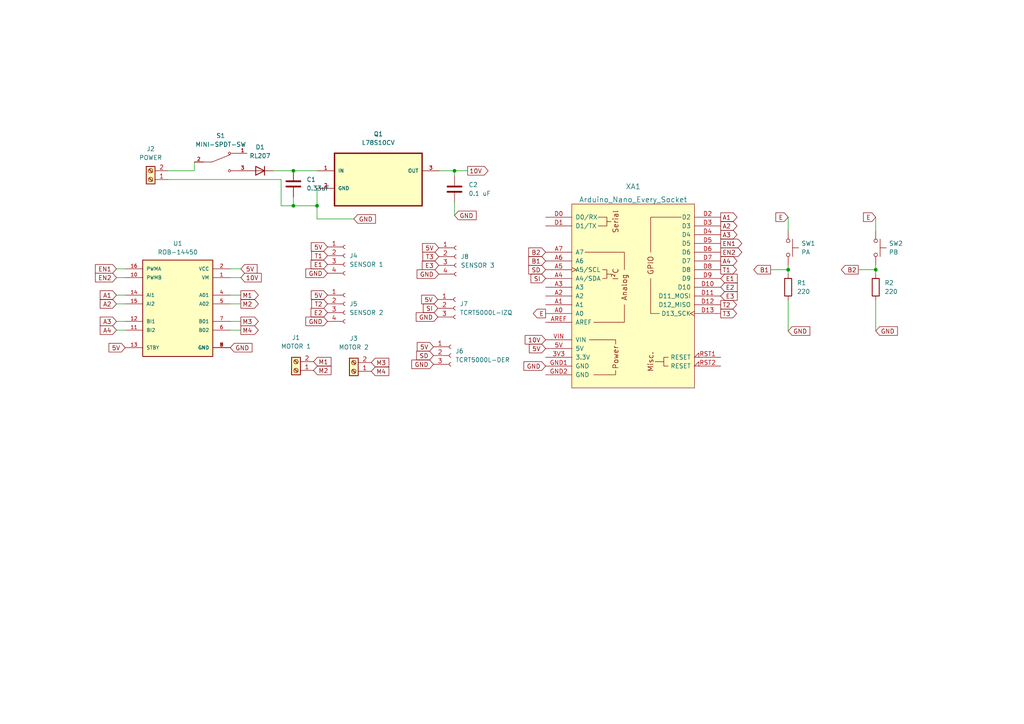
<source format=kicad_sch>
(kicad_sch (version 20211123) (generator eeschema)
  (paper "A4")
  (title_block (title "ROBOT AUTÓNOMO") (company "SKILLBOTS"))
  (lib_symbols
    (symbol "Connector:Conn_01x03_Female" (pin_names (offset 1.016) hide)
      (property "Reference" "J" (at 0 5.08 0))
      (property "Value" "Conn_01x03_Female" (at 0 -5.08 0))
      (symbol "Conn_01x03_Female_1_1"
        (arc (start 0 -2.032) (mid -0.508 -2.54) (end 0 -3.048) (stroke (width 0.1524)))
        (polyline (pts (xy -1.27 -2.54) (xy -0.508 -2.54)) (stroke (width 0.1524)))
        (polyline (pts (xy -1.27 0) (xy -0.508 0)) (stroke (width 0.1524)))
        (polyline (pts (xy -1.27 2.54) (xy -0.508 2.54)) (stroke (width 0.1524)))
        (arc (start 0 0.508) (mid -0.508 0) (end 0 -0.508) (stroke (width 0.1524)))
        (arc (start 0 3.048) (mid -0.508 2.54) (end 0 2.032) (stroke (width 0.1524)))
        (pin passive line (at -5.08 2.54 0) (length 3.81) (name "Pin_1") (number "1"))
        (pin passive line (at -5.08 0 0) (length 3.81) (name "Pin_2") (number "2"))
        (pin passive line (at -5.08 -2.54 0) (length 3.81) (name "Pin_3") (number "3"))
      )
    )
    (symbol "Connector:Conn_01x04_Female" (pin_names (offset 1.016) hide)
      (property "Reference" "J" (at 0 5.08 0))
      (property "Value" "Conn_01x04_Female" (at 0 -7.62 0))
      (symbol "Conn_01x04_Female_1_1"
        (arc (start 0 -4.572) (mid -0.508 -5.08) (end 0 -5.588) (stroke (width 0.1524)))
        (arc (start 0 -2.032) (mid -0.508 -2.54) (end 0 -3.048) (stroke (width 0.1524)))
        (polyline (pts (xy -1.27 -5.08) (xy -0.508 -5.08)) (stroke (width 0.1524)))
        (polyline (pts (xy -1.27 -2.54) (xy -0.508 -2.54)) (stroke (width 0.1524)))
        (polyline (pts (xy -1.27 0) (xy -0.508 0)) (stroke (width 0.1524)))
        (polyline (pts (xy -1.27 2.54) (xy -0.508 2.54)) (stroke (width 0.1524)))
        (arc (start 0 0.508) (mid -0.508 0) (end 0 -0.508) (stroke (width 0.1524)))
        (arc (start 0 3.048) (mid -0.508 2.54) (end 0 2.032) (stroke (width 0.1524)))
        (pin passive line (at -5.08 2.54 0) (length 3.81) (name "Pin_1") (number "1"))
        (pin passive line (at -5.08 0 0) (length 3.81) (name "Pin_2") (number "2"))
        (pin passive line (at -5.08 -2.54 0) (length 3.81) (name "Pin_3") (number "3"))
        (pin passive line (at -5.08 -5.08 0) (length 3.81) (name "Pin_4") (number "4"))
      )
    )
    (symbol "Connector:Screw_Terminal_01x02" (pin_names (offset 1.016) hide)
      (property "Reference" "J" (at 0 2.54 0))
      (property "Value" "Screw_Terminal_01x02" (at 0 -5.08 0))
      (symbol "Screw_Terminal_01x02_1_1"
        (rectangle (start -1.27 1.27) (end 1.27 -3.81) (stroke (width 0.254)) (fill (type background)))
        (circle (center 0 -2.54) (radius 0.635) (stroke (width 0.1524)))
        (polyline (pts (xy -0.5334 -2.2098) (xy 0.3302 -3.048)) (stroke (width 0.1524)))
        (polyline (pts (xy -0.5334 0.3302) (xy 0.3302 -0.508)) (stroke (width 0.1524)))
        (polyline (pts (xy -0.3556 -2.032) (xy 0.508 -2.8702)) (stroke (width 0.1524)))
        (polyline (pts (xy -0.3556 0.508) (xy 0.508 -0.3302)) (stroke (width 0.1524)))
        (circle (center 0 0) (radius 0.635) (stroke (width 0.1524)))
        (pin passive line (at -5.08 0 0) (length 3.81) (name "Pin_1") (number "1"))
        (pin passive line (at -5.08 -2.54 0) (length 3.81) (name "Pin_2") (number "2"))
      )
    )
    (symbol "Device:C" (pin_numbers hide) (pin_names (offset 0.254))
      (property "Reference" "C" (at 0.635 2.54 0))
      (property "Value" "C" (at 0.635 -2.54 0))
      (symbol "C_0_1"
        (polyline (pts (xy -2.032 -0.762) (xy 2.032 -0.762)) (stroke (width 0.508)))
        (polyline (pts (xy -2.032 0.762) (xy 2.032 0.762)) (stroke (width 0.508)))
      )
      (symbol "C_1_1"
        (pin passive line (at 0 3.81 270) (length 2.794) (name "~") (number "1"))
        (pin passive line (at 0 -3.81 90) (length 2.794) (name "~") (number "2"))
      )
    )
    (symbol "Device:R" (pin_numbers hide) (pin_names (offset 0))
      (property "Reference" "R" (at 2.032 0 90))
      (property "Value" "R" (at 0 0 90))
      (symbol "R_0_1"
        (rectangle (start -1.016 -2.54) (end 1.016 2.54) (stroke (width 0.254)))
      )
      (symbol "R_1_1"
        (pin passive line (at 0 3.81 270) (length 1.27) (name "~") (number "1"))
        (pin passive line (at 0 -3.81 90) (length 1.27) (name "~") (number "2"))
      )
    )
    (symbol "Diode:1N4007" (pin_numbers hide) (pin_names hide)
      (property "Reference" "D" (at 0 2.54 0))
      (property "Value" "1N4007" (at 0 -2.54 0))
      (symbol "1N4007_0_1"
        (polyline (pts (xy -1.27 1.27) (xy -1.27 -1.27)) (stroke (width 0.254)))
        (polyline (pts (xy 1.27 0) (xy -1.27 0)))
        (polyline (pts (xy 1.27 1.27) (xy 1.27 -1.27) (xy -1.27 0) (xy 1.27 1.27)) (stroke (width 0.254)))
      )
      (symbol "1N4007_1_1"
        (pin passive line (at -3.81 0 0) (length 2.54) (name "K") (number "1"))
        (pin passive line (at 3.81 0 180) (length 2.54) (name "A") (number "2"))
      )
    )
    (symbol "L78S10CV:L78S10CV" (pin_names (offset 1.016))
      (property "Reference" "Q" (at -4.7306 9.1305 0))
      (property "Value" "L78S10CV" (at -4.6244 -14.8388 0))
      (symbol "L78S10CV_0_0"
        (rectangle (start -12.7 -10.16) (end 12.7 5.08) (stroke (width 0.4064)) (fill (type background)))
        (pin input line (at -17.78 0 0) (length 5.08) (name "IN") (number "1"))
        (pin passive line (at -17.78 -5.08 0) (length 5.08) (name "GND") (number "2"))
        (pin output line (at 17.78 0 180) (length 5.08) (name "OUT") (number "3"))
      )
    )
    (symbol "MINI-SPDT-SW:MINI-SPDT-SW" (pin_names (offset 1.016))
      (property "Reference" "S" (at -2.54 5.08 0))
      (property "Value" "MINI-SPDT-SW" (at -2.54 -5.08 0))
      (symbol "MINI-SPDT-SW_0_0"
        (polyline (pts (xy -2.54 0) (xy -5.08 0)) (stroke (width 0.1524)))
        (polyline (pts (xy -2.54 0) (xy 2.794 2.1336)) (stroke (width 0.1524)))
        (polyline (pts (xy 5.08 -2.54) (xy 2.921 -2.54)) (stroke (width 0.1524)))
        (polyline (pts (xy 5.08 2.54) (xy 2.921 2.54)) (stroke (width 0.1524)))
        (circle (center 2.54 -2.54) (radius 0.3302) (stroke (width 0.1524)))
        (circle (center 2.54 2.54) (radius 0.3302) (stroke (width 0.1524)))
        (pin passive line (at 7.62 2.54 180) (length 2.54) (name "~") (number "1"))
        (pin passive line (at -7.62 0 0) (length 2.54) (name "~") (number "2"))
        (pin passive line (at 7.62 -2.54 180) (length 2.54) (name "~") (number "3"))
      )
    )
    (symbol "PCM_arduino-library:Arduino_Nano_Every_Socket" (pin_names (offset 1.016))
      (property "Reference" "XA" (at 0 33.02 0))
      (property "Value" "Arduino_Nano_Every_Socket" (at 0 29.21 0))
      (symbol "Arduino_Nano_Every_Socket_0_0"
        (rectangle (start -17.78 26.67) (end 17.78 -26.67) (fill (type background)))
        (polyline (pts (xy -7.62 6.35) (xy -6.35 6.35)))
        (polyline (pts (xy -7.62 21.59) (xy -6.35 21.59)))
        (polyline (pts (xy 8.89 -19.05) (xy 6.35 -19.05)))
        (polyline (pts (xy -11.43 -22.86) (xy -5.08 -22.86) (xy -5.08 -21.59)))
        (polyline (pts (xy -5.08 -13.97) (xy -5.08 -12.7) (xy -12.7 -12.7)))
        (polyline (pts (xy -10.16 22.86) (xy -7.62 22.86) (xy -7.62 20.32) (xy -10.16 20.32)))
        (polyline (pts (xy -8.89 7.62) (xy -7.62 7.62) (xy -7.62 5.08) (xy -8.89 5.08)))
        (text "Analog" (at -2.54 2.54 900) (effects (font (size 1.524 1.524))))
        (text "I²C" (at -5.08 6.35 900) (effects (font (size 1.524 1.524))))
        (text "Misc." (at 5.08 -19.05 900) (effects (font (size 1.524 1.524))))
        (text "Power" (at -5.08 -17.78 900) (effects (font (size 1.524 1.524))))
        (text "Serial" (at -5.08 21.59 900) (effects (font (size 1.524 1.524))))
      )
      (symbol "Arduino_Nano_Every_Socket_0_1"
        (polyline (pts (xy -13.97 12.7) (xy -2.54 12.7) (xy -2.54 7.62)))
        (polyline (pts (xy -11.43 -7.62) (xy -2.54 -7.62) (xy -2.54 -2.54)))
        (polyline (pts (xy 7.62 -5.08) (xy 5.08 -5.08) (xy 5.08 5.08)))
        (polyline (pts (xy 13.97 22.86) (xy 5.08 22.86) (xy 5.08 12.7)))
        (polyline (pts (xy 10.16 -17.78) (xy 8.89 -17.78) (xy 8.89 -20.32) (xy 10.16 -20.32)))
      )
      (symbol "Arduino_Nano_Every_Socket_1_0"
        (text "GPIO" (at 5.08 8.89 900) (effects (font (size 1.524 1.524))))
      )
      (symbol "Arduino_Nano_Every_Socket_1_1"
        (pin power_out line (at -25.4 -17.78 0) (length 7.62) (name "3.3V") (number "3V3"))
        (pin power_in line (at -25.4 -15.24 0) (length 7.62) (name "5V") (number "5V"))
        (pin bidirectional line (at -25.4 -5.08 0) (length 7.62) (name "A0") (number "A0"))
        (pin bidirectional line (at -25.4 -2.54 0) (length 7.62) (name "A1") (number "A1"))
        (pin bidirectional line (at -25.4 0 0) (length 7.62) (name "A2") (number "A2"))
        (pin bidirectional line (at -25.4 2.54 0) (length 7.62) (name "A3") (number "A3"))
        (pin bidirectional line (at -25.4 5.08 0) (length 7.62) (name "A4/SDA") (number "A4"))
        (pin bidirectional clock (at -25.4 7.62 0) (length 7.62) (name "A5/SCL") (number "A5"))
        (pin input line (at -25.4 10.16 0) (length 7.62) (name "A6") (number "A6"))
        (pin input line (at -25.4 12.7 0) (length 7.62) (name "A7") (number "A7"))
        (pin input line (at -25.4 -7.62 0) (length 7.62) (name "AREF") (number "AREF"))
        (pin bidirectional line (at -25.4 22.86 0) (length 7.62) (name "D0/RX") (number "D0"))
        (pin bidirectional line (at -25.4 20.32 0) (length 7.62) (name "D1/TX") (number "D1"))
        (pin bidirectional line (at 25.4 2.54 180) (length 7.62) (name "D10") (number "D10"))
        (pin bidirectional line (at 25.4 0 180) (length 7.62) (name "D11_MOSI") (number "D11"))
        (pin bidirectional line (at 25.4 -2.54 180) (length 7.62) (name "D12_MISO") (number "D12"))
        (pin bidirectional clock (at 25.4 -5.08 180) (length 7.62) (name "D13_SCK") (number "D13"))
        (pin bidirectional line (at 25.4 22.86 180) (length 7.62) (name "D2") (number "D2"))
        (pin bidirectional line (at 25.4 20.32 180) (length 7.62) (name "D3") (number "D3"))
        (pin bidirectional line (at 25.4 17.78 180) (length 7.62) (name "D4") (number "D4"))
        (pin bidirectional line (at 25.4 15.24 180) (length 7.62) (name "D5") (number "D5"))
        (pin bidirectional line (at 25.4 12.7 180) (length 7.62) (name "D6") (number "D6"))
        (pin bidirectional line (at 25.4 10.16 180) (length 7.62) (name "D7") (number "D7"))
        (pin bidirectional line (at 25.4 7.62 180) (length 7.62) (name "D8") (number "D8"))
        (pin bidirectional line (at 25.4 5.08 180) (length 7.62) (name "D9") (number "D9"))
        (pin power_in line (at -25.4 -20.32 0) (length 7.62) (name "GND") (number "GND1"))
        (pin power_in line (at -25.4 -22.86 0) (length 7.62) (name "GND") (number "GND2"))
        (pin open_collector input_low (at 25.4 -17.78 180) (length 7.62) (name "RESET") (number "RST1"))
        (pin open_collector input_low (at 25.4 -20.32 180) (length 7.62) (name "RESET") (number "RST2"))
        (pin power_in line (at -25.4 -12.7 0) (length 7.62) (name "VIN") (number "VIN"))
      )
    )
    (symbol "ROB-14450:ROB-14450" (pin_names (offset 1.016))
      (property "Reference" "U" (at -10.16 16.002 0))
      (property "Value" "ROB-14450" (at -10.16 -15.24 0))
      (symbol "ROB-14450_0_0"
        (rectangle (start -10.16 -12.7) (end 10.16 15.24) (stroke (width 0.254)) (fill (type background)))
        (pin power_in line (at 15.24 10.16 180) (length 5.08) (name "VM") (number "1"))
        (pin input line (at -15.24 10.16 0) (length 5.08) (name "PWMB") (number "10"))
        (pin input line (at -15.24 -5.08 0) (length 5.08) (name "BI2") (number "11"))
        (pin input line (at -15.24 -2.54 0) (length 5.08) (name "BI1") (number "12"))
        (pin input line (at -15.24 -10.16 0) (length 5.08) (name "STBY") (number "13"))
        (pin input line (at -15.24 5.08 0) (length 5.08) (name "AI1") (number "14"))
        (pin input line (at -15.24 2.54 0) (length 5.08) (name "AI2") (number "15"))
        (pin input line (at -15.24 12.7 0) (length 5.08) (name "PWMA") (number "16"))
        (pin power_in line (at 15.24 12.7 180) (length 5.08) (name "VCC") (number "2"))
        (pin power_in line (at 15.24 -10.16 180) (length 5.08) (name "GND") (number "3"))
        (pin output line (at 15.24 5.08 180) (length 5.08) (name "A01") (number "4"))
        (pin output line (at 15.24 2.54 180) (length 5.08) (name "A02") (number "5"))
        (pin output line (at 15.24 -5.08 180) (length 5.08) (name "B02") (number "6"))
        (pin output line (at 15.24 -2.54 180) (length 5.08) (name "B01") (number "7"))
        (pin power_in line (at 15.24 -10.16 180) (length 5.08) (name "GND") (number "8"))
        (pin power_in line (at 15.24 -10.16 180) (length 5.08) (name "GND") (number "9"))
      )
    )
    (symbol "Switch:SW_Push" (pin_numbers hide) (pin_names (offset 1.016) hide)
      (property "Reference" "SW" (at 1.27 2.54 0))
      (property "Value" "SW_Push" (at 0 -1.524 0))
      (symbol "SW_Push_0_1"
        (circle (center -2.032 0) (radius 0.508))
        (polyline (pts (xy 0 1.27) (xy 0 3.048)))
        (polyline (pts (xy 2.54 1.27) (xy -2.54 1.27)))
        (circle (center 2.032 0) (radius 0.508))
        (pin passive line (at -5.08 0 0) (length 2.54) (name "1") (number "1"))
        (pin passive line (at 5.08 0 180) (length 2.54) (name "2") (number "2"))
      )
    )
  )
  (junction (at 228.6 78.232))
  (junction (at 85.09 59.69))
  (junction (at 91.948 59.69))
  (junction (at 85.09 49.53))
  (junction (at 254 78.232))
  (junction (at 131.826 49.53))
  (wire (pts (xy 85.09 59.69) (xy 91.948 59.69)))
  (wire (pts (xy 228.6 76.962) (xy 228.6 78.232)))
  (wire (pts (xy 131.826 49.53) (xy 127.508 49.53)))
  (wire (pts (xy 33.782 77.978) (xy 36.322 77.978)))
  (wire (pts (xy 91.948 63.5) (xy 102.616 63.5)))
  (wire (pts (xy 91.948 59.69) (xy 91.948 63.5)))
  (wire (pts (xy 66.802 80.518) (xy 69.85 80.518)))
  (wire (pts (xy 85.09 57.15) (xy 85.09 59.69)))
  (wire (pts (xy 81.534 52.07) (xy 81.534 59.69)))
  (wire (pts (xy 48.768 52.07) (xy 81.534 52.07)))
  (wire (pts (xy 33.782 85.598) (xy 36.322 85.598)))
  (wire (pts (xy 254 76.962) (xy 254 78.232)))
  (wire (pts (xy 228.6 62.992) (xy 228.6 66.802)))
  (wire (pts (xy 66.802 95.758) (xy 69.85 95.758)))
  (wire (pts (xy 228.6 87.122) (xy 228.6 96.012)))
  (wire (pts (xy 254 62.992) (xy 254 66.802)))
  (wire (pts (xy 248.92 78.232) (xy 254 78.232)))
  (wire (pts (xy 81.534 59.69) (xy 85.09 59.69)))
  (wire (pts (xy 91.948 54.61) (xy 91.948 59.69)))
  (wire (pts (xy 223.52 78.232) (xy 228.6 78.232)))
  (wire (pts (xy 131.826 49.53) (xy 135.636 49.53)))
  (wire (pts (xy 85.09 49.53) (xy 91.948 49.53)))
  (wire (pts (xy 66.802 88.138) (xy 69.85 88.138)))
  (wire (pts (xy 66.802 93.218) (xy 69.85 93.218)))
  (wire (pts (xy 131.826 58.674) (xy 131.826 62.484)))
  (wire (pts (xy 131.826 51.054) (xy 131.826 49.53)))
  (wire (pts (xy 66.802 85.598) (xy 69.85 85.598)))
  (wire (pts (xy 254 87.122) (xy 254 96.012)))
  (wire (pts (xy 79.248 49.53) (xy 85.09 49.53)))
  (wire (pts (xy 56.388 49.53) (xy 56.388 46.99)))
  (wire (pts (xy 33.782 95.758) (xy 36.322 95.758)))
  (wire (pts (xy 33.782 93.218) (xy 36.322 93.218)))
  (wire (pts (xy 33.782 88.138) (xy 36.322 88.138)))
  (wire (pts (xy 66.802 77.978) (xy 69.85 77.978)))
  (wire (pts (xy 228.6 78.232) (xy 228.6 79.502)))
  (wire (pts (xy 33.782 80.518) (xy 36.322 80.518)))
  (wire (pts (xy 48.768 49.53) (xy 56.388 49.53)))
  (wire (pts (xy 254 78.232) (xy 254 79.502)))
  (global_label "GND" (shape input) (at 102.616 63.5 0) (property "Intersheet References" "${INTERSHEET_REFS}" (effects hide)))
  (global_label "E1" (shape input) (at 94.996 76.708 180) (property "Intersheet References" "${INTERSHEET_REFS}" (effects hide)))
  (global_label "M1" (shape output) (at 69.85 85.598 0) (property "Intersheet References" "${INTERSHEET_REFS}" (effects hide)))
  (global_label "A4" (shape input) (at 33.782 95.758 180) (property "Intersheet References" "${INTERSHEET_REFS}" (effects hide)))
  (global_label "E1" (shape input) (at 209.042 80.772 0) (property "Intersheet References" "${INTERSHEET_REFS}" (effects hide)))
  (global_label "E" (shape input) (at 254 62.992 180) (property "Intersheet References" "${INTERSHEET_REFS}" (effects hide)))
  (global_label "5V" (shape input) (at 94.996 85.598 180) (property "Intersheet References" "${INTERSHEET_REFS}" (effects hide)))
  (global_label "EN1" (shape input) (at 33.782 77.978 180) (property "Intersheet References" "${INTERSHEET_REFS}" (effects hide)))
  (global_label "EN1" (shape output) (at 209.042 70.612 0) (property "Intersheet References" "${INTERSHEET_REFS}" (effects hide)))
  (global_label "B1" (shape output) (at 223.52 78.232 180) (property "Intersheet References" "${INTERSHEET_REFS}" (effects hide)))
  (global_label "E2" (shape input) (at 94.996 90.678 180) (property "Intersheet References" "${INTERSHEET_REFS}" (effects hide)))
  (global_label "10V" (shape output) (at 135.636 49.53 0) (property "Intersheet References" "${INTERSHEET_REFS}" (effects hide)))
  (global_label "M2" (shape output) (at 69.85 88.138 0) (property "Intersheet References" "${INTERSHEET_REFS}" (effects hide)))
  (global_label "T3" (shape output) (at 209.042 90.932 0) (property "Intersheet References" "${INTERSHEET_REFS}" (effects hide)))
  (global_label "M4" (shape output) (at 69.85 95.758 0) (property "Intersheet References" "${INTERSHEET_REFS}" (effects hide)))
  (global_label "E" (shape input) (at 228.6 62.992 180) (property "Intersheet References" "${INTERSHEET_REFS}" (effects hide)))
  (global_label "5V" (shape input) (at 127 86.868 180) (property "Intersheet References" "${INTERSHEET_REFS}" (effects hide)))
  (global_label "5V" (shape input) (at 94.996 71.628 180) (property "Intersheet References" "${INTERSHEET_REFS}" (effects hide)))
  (global_label "A4" (shape output) (at 209.042 75.692 0) (property "Intersheet References" "${INTERSHEET_REFS}" (effects hide)))
  (global_label "B2" (shape output) (at 248.92 78.232 180) (property "Intersheet References" "${INTERSHEET_REFS}" (effects hide)))
  (global_label "E2" (shape input) (at 209.042 83.312 0) (property "Intersheet References" "${INTERSHEET_REFS}" (effects hide)))
  (global_label "SD" (shape input) (at 125.73 103.124 180) (property "Intersheet References" "${INTERSHEET_REFS}" (effects hide)))
  (global_label "M4" (shape input) (at 107.696 107.696 0) (property "Intersheet References" "${INTERSHEET_REFS}" (effects hide)))
  (global_label "5V" (shape input) (at 125.73 100.584 180) (property "Intersheet References" "${INTERSHEET_REFS}" (effects hide)))
  (global_label "10V" (shape input) (at 158.242 98.552 180) (property "Intersheet References" "${INTERSHEET_REFS}" (effects hide)))
  (global_label "GND" (shape input) (at 158.242 106.172 180) (property "Intersheet References" "${INTERSHEET_REFS}" (effects hide)))
  (global_label "A1" (shape output) (at 209.042 62.992 0) (property "Intersheet References" "${INTERSHEET_REFS}" (effects hide)))
  (global_label "5V" (shape input) (at 36.322 100.838 180) (property "Intersheet References" "${INTERSHEET_REFS}" (effects hide)))
  (global_label "GND" (shape input) (at 127.254 79.502 180) (property "Intersheet References" "${INTERSHEET_REFS}" (effects hide)))
  (global_label "SI" (shape input) (at 158.242 80.772 180) (property "Intersheet References" "${INTERSHEET_REFS}" (effects hide)))
  (global_label "T2" (shape input) (at 94.996 88.138 180) (property "Intersheet References" "${INTERSHEET_REFS}" (effects hide)))
  (global_label "5V" (shape input) (at 69.85 77.978 0) (property "Intersheet References" "${INTERSHEET_REFS}" (effects hide)))
  (global_label "GND" (shape input) (at 228.6 96.012 0) (property "Intersheet References" "${INTERSHEET_REFS}" (effects hide)))
  (global_label "A2" (shape input) (at 33.782 88.138 180) (property "Intersheet References" "${INTERSHEET_REFS}" (effects hide)))
  (global_label "M2" (shape input) (at 90.932 107.442 0) (property "Intersheet References" "${INTERSHEET_REFS}" (effects hide)))
  (global_label "A3" (shape input) (at 33.782 93.218 180) (property "Intersheet References" "${INTERSHEET_REFS}" (effects hide)))
  (global_label "GND" (shape input) (at 131.826 62.484 0) (property "Intersheet References" "${INTERSHEET_REFS}" (effects hide)))
  (global_label "GND" (shape input) (at 94.996 79.248 180) (property "Intersheet References" "${INTERSHEET_REFS}" (effects hide)))
  (global_label "E3" (shape input) (at 209.042 85.852 0) (property "Intersheet References" "${INTERSHEET_REFS}" (effects hide)))
  (global_label "M3" (shape input) (at 107.696 105.156 0) (property "Intersheet References" "${INTERSHEET_REFS}" (effects hide)))
  (global_label "GND" (shape input) (at 66.802 100.838 0) (property "Intersheet References" "${INTERSHEET_REFS}" (effects hide)))
  (global_label "GND" (shape input) (at 254 96.012 0) (property "Intersheet References" "${INTERSHEET_REFS}" (effects hide)))
  (global_label "E3" (shape input) (at 127.254 76.962 180) (property "Intersheet References" "${INTERSHEET_REFS}" (effects hide)))
  (global_label "E" (shape output) (at 158.242 90.932 180) (property "Intersheet References" "${INTERSHEET_REFS}" (effects hide)))
  (global_label "5V" (shape input) (at 127.254 71.882 180) (property "Intersheet References" "${INTERSHEET_REFS}" (effects hide)))
  (global_label "B1" (shape input) (at 158.242 75.692 180) (property "Intersheet References" "${INTERSHEET_REFS}" (effects hide)))
  (global_label "A1" (shape input) (at 33.782 85.598 180) (property "Intersheet References" "${INTERSHEET_REFS}" (effects hide)))
  (global_label "M1" (shape input) (at 90.932 104.902 0) (property "Intersheet References" "${INTERSHEET_REFS}" (effects hide)))
  (global_label "EN2" (shape output) (at 209.042 73.152 0) (property "Intersheet References" "${INTERSHEET_REFS}" (effects hide)))
  (global_label "T3" (shape input) (at 127.254 74.422 180) (property "Intersheet References" "${INTERSHEET_REFS}" (effects hide)))
  (global_label "T1" (shape input) (at 94.996 74.168 180) (property "Intersheet References" "${INTERSHEET_REFS}" (effects hide)))
  (global_label "10V" (shape input) (at 69.85 80.518 0) (property "Intersheet References" "${INTERSHEET_REFS}" (effects hide)))
  (global_label "SI" (shape input) (at 127 89.408 180) (property "Intersheet References" "${INTERSHEET_REFS}" (effects hide)))
  (global_label "5V" (shape input) (at 158.242 101.092 180) (property "Intersheet References" "${INTERSHEET_REFS}" (effects hide)))
  (global_label "A3" (shape output) (at 209.042 68.072 0) (property "Intersheet References" "${INTERSHEET_REFS}" (effects hide)))
  (global_label "T2" (shape output) (at 209.042 88.392 0) (property "Intersheet References" "${INTERSHEET_REFS}" (effects hide)))
  (global_label "GND" (shape input) (at 125.73 105.664 180) (property "Intersheet References" "${INTERSHEET_REFS}" (effects hide)))
  (global_label "GND" (shape input) (at 94.996 93.218 180) (property "Intersheet References" "${INTERSHEET_REFS}" (effects hide)))
  (global_label "SD" (shape input) (at 158.242 78.232 180) (property "Intersheet References" "${INTERSHEET_REFS}" (effects hide)))
  (global_label "T1" (shape output) (at 209.042 78.232 0) (property "Intersheet References" "${INTERSHEET_REFS}" (effects hide)))
  (global_label "A2" (shape output) (at 209.042 65.532 0) (property "Intersheet References" "${INTERSHEET_REFS}" (effects hide)))
  (global_label "M3" (shape output) (at 69.85 93.218 0) (property "Intersheet References" "${INTERSHEET_REFS}" (effects hide)))
  (global_label "EN2" (shape input) (at 33.782 80.518 180) (property "Intersheet References" "${INTERSHEET_REFS}" (effects hide)))
  (global_label "B2" (shape input) (at 158.242 73.152 180) (property "Intersheet References" "${INTERSHEET_REFS}" (effects hide)))
  (global_label "GND" (shape input) (at 127 91.948 180) (property "Intersheet References" "${INTERSHEET_REFS}" (effects hide)))
  (symbol (lib_id "Diode:1N4007") (at 75.438 49.53 180) (unit 1)
    (property "Reference" "D1" (at 75.438 42.672 0))
    (property "Value" "RL207" (at 75.438 45.212 0))
    (property "Footprint" "Diode_THT:D_DO-41_SOD81_P10.16mm_Horizontal" (effects hide))
    (property "Datasheet" "http://www.vishay.com/docs/88503/1n4001.pdf" (effects hide))
  )
  (symbol (lib_id "Connector:Conn_01x03_Female") (at 132.08 89.408 0) (unit 1)
    (property "Reference" "J7" (at 133.35 88.1379 0) (effects (justify left)))
    (property "Value" "TCRT5000L-IZQ" (at 133.35 90.6779 0) (effects (justify left)))
    (property "Footprint" "Connector_PinSocket_2.54mm:PinSocket_1x03_P2.54mm_Vertical" (effects hide))
  )
  (symbol (lib_id "Connector:Screw_Terminal_01x02") (at 85.852 107.442 180) (unit 1)
    (property "Reference" "J1" (at 85.852 97.917 0))
    (property "Value" "MOTOR 1" (at 85.852 100.457 0))
    (property "Footprint" "TerminalBlock:TerminalBlock_bornier-2_P5.08mm" (effects hide))
  )
  (symbol (lib_id "Device:C") (at 131.826 54.864 0) (unit 1)
    (property "Reference" "C2" (at 135.89 53.5939 0) (effects (justify left)))
    (property "Value" "0.1 uF" (at 135.89 56.1339 0) (effects (justify left)))
    (property "Footprint" "Capacitor_THT:C_Disc_D3.8mm_W2.6mm_P2.50mm" (effects hide))
  )
  (symbol (lib_id "Connector:Conn_01x04_Female") (at 132.334 74.422 0) (unit 1)
    (property "Reference" "J8" (at 133.604 74.4219 0) (effects (justify left)))
    (property "Value" "SENSOR 3" (at 133.604 76.9619 0) (effects (justify left)))
    (property "Footprint" "Connector_PinSocket_2.54mm:PinSocket_1x04_P2.54mm_Vertical" (effects hide))
  )
  (symbol (lib_id "Connector:Conn_01x03_Female") (at 130.81 103.124 0) (unit 1)
    (property "Reference" "J6" (at 132.08 101.8539 0) (effects (justify left)))
    (property "Value" "TCRT5000L-DER" (at 132.08 104.3939 0) (effects (justify left)))
    (property "Footprint" "Connector_PinSocket_2.54mm:PinSocket_1x03_P2.54mm_Vertical" (effects hide))
  )
  (symbol (lib_id "Connector:Conn_01x04_Female") (at 100.076 74.168 0) (unit 1)
    (property "Reference" "J4" (at 101.346 74.1679 0) (effects (justify left)))
    (property "Value" "SENSOR 1" (at 101.346 76.7079 0) (effects (justify left)))
    (property "Footprint" "Connector_PinSocket_2.54mm:PinSocket_1x04_P2.54mm_Vertical" (effects hide))
  )
  (symbol (lib_id "PCM_arduino-library:Arduino_Nano_Every_Socket") (at 183.642 85.852 0) (unit 1)
    (property "Reference" "XA1" (at 183.642 54.102 0) (effects (font (size 1.524 1.524))))
    (property "Value" "Arduino_Nano_Every_Socket" (at 183.642 57.912 0) (effects (font (size 1.524 1.524))))
    (property "Footprint" "PCM_arduino-library:Arduino_Nano_Every_Socket" (effects hide))
    (property "Datasheet" "https://docs.arduino.cc/hardware/nano-every" (effects hide))
  )
  (symbol (lib_id "L78S10CV:L78S10CV") (at 109.728 49.53 0) (unit 1)
    (property "Reference" "Q1" (at 109.728 38.862 0))
    (property "Value" "L78S10CV" (at 109.728 41.402 0))
    (property "Footprint" "User:TO254P450X1020X1935-3P" (effects hide))
    (property "SUPPLIER" "STMicroelectronics" (effects hide))
    (property "MPN" "L78S10CV" (effects hide))
    (property "OC_NEWARK" "26M0571" (effects hide))
    (property "OC_FARNELL" "1087139" (effects hide))
    (property "PACKAGE" "TO-220" (effects hide))
  )
  (symbol (lib_id "Connector:Screw_Terminal_01x02") (at 43.688 52.07 180) (unit 1)
    (property "Reference" "J2" (at 43.688 43.18 0))
    (property "Value" "POWER" (at 43.688 45.72 0))
    (property "Footprint" "TerminalBlock:TerminalBlock_bornier-2_P5.08mm" (effects hide))
  )
  (symbol (lib_id "MINI-SPDT-SW:MINI-SPDT-SW") (at 64.008 46.99 0) (unit 1)
    (property "Reference" "S1" (at 64.008 39.37 0))
    (property "Value" "MINI-SPDT-SW" (at 64.008 41.91 0))
    (property "Footprint" "User:SW_MINI-SPDT-SW" (effects hide))
    (property "PARTREV" "C" (effects hide))
    (property "STANDARD" "Manufacturer Recommendations" (effects hide))
    (property "MANUFACTURER" "GRAVITECH" (effects hide))
  )
  (symbol (lib_id "Device:C") (at 85.09 53.34 180) (unit 1)
    (property "Reference" "C1" (at 88.9 52.0699 0) (effects (justify right)))
    (property "Value" "0.33uF" (at 88.9 54.6099 0) (effects (justify right)))
    (property "Footprint" "Capacitor_THT:C_Disc_D3.8mm_W2.6mm_P2.50mm" (effects hide))
  )
  (symbol (lib_id "Switch:SW_Push") (at 228.6 71.882 270) (unit 1)
    (property "Reference" "SW1" (at 232.41 70.6119 90) (effects (justify left)))
    (property "Value" "PA" (at 232.41 73.1519 90) (effects (justify left)))
    (property "Footprint" "Button_Switch_THT:SW_PUSH_6mm_H13mm" (effects hide))
  )
  (symbol (lib_id "Switch:SW_Push") (at 254 71.882 270) (unit 1)
    (property "Reference" "SW2" (at 257.81 70.6119 90) (effects (justify left)))
    (property "Value" "PB" (at 257.81 73.1519 90) (effects (justify left)))
    (property "Footprint" "Button_Switch_THT:SW_PUSH_6mm_H13mm" (effects hide))
  )
  (symbol (lib_id "Connector:Screw_Terminal_01x02") (at 102.616 107.696 180) (unit 1)
    (property "Reference" "J3" (at 102.616 98.171 0))
    (property "Value" "MOTOR 2" (at 102.616 100.711 0))
    (property "Footprint" "TerminalBlock:TerminalBlock_bornier-2_P5.08mm" (effects hide))
  )
  (symbol (lib_id "Device:R") (at 228.6 83.312 0) (unit 1)
    (property "Reference" "R1" (at 231.14 82.0419 0) (effects (justify left)))
    (property "Value" "220" (at 231.14 84.5819 0) (effects (justify left)))
    (property "Footprint" "Resistor_THT:R_Axial_DIN0204_L3.6mm_D1.6mm_P5.08mm_Horizontal" (effects hide))
  )
  (symbol (lib_id "Connector:Conn_01x04_Female") (at 100.076 88.138 0) (unit 1)
    (property "Reference" "J5" (at 101.346 88.1379 0) (effects (justify left)))
    (property "Value" "SENSOR 2" (at 101.346 90.6779 0) (effects (justify left)))
    (property "Footprint" "Connector_PinSocket_2.54mm:PinSocket_1x04_P2.54mm_Vertical" (effects hide))
  )
  (symbol (lib_id "Device:R") (at 254 83.312 0) (unit 1)
    (property "Reference" "R2" (at 256.54 82.0419 0) (effects (justify left)))
    (property "Value" "220" (at 256.54 84.5819 0) (effects (justify left)))
    (property "Footprint" "Resistor_THT:R_Axial_DIN0204_L3.6mm_D1.6mm_P5.08mm_Horizontal" (effects hide))
  )
  (symbol (lib_id "ROB-14450:ROB-14450") (at 51.562 90.678 0) (unit 1)
    (property "Reference" "U1" (at 51.562 70.612 0))
    (property "Value" "ROB-14450" (at 51.562 73.152 0))
    (property "Footprint" "User:MODULE_ROB-14450" (effects hide))
    (property "PARTREV" "11-13-17" (effects hide))
    (property "MANUFACTURER" "Sparkfun Electronics" (effects hide))
    (property "STANDARD" "Manufacturer Recommendation" (effects hide))
  )
)
</source>
